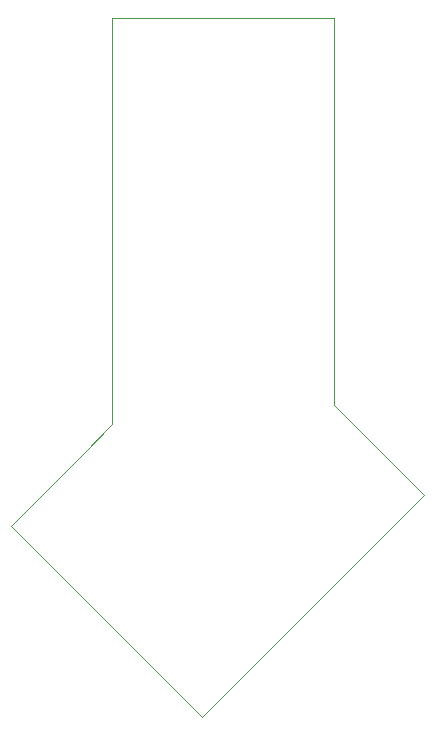
<source format=gbr>
%TF.GenerationSoftware,KiCad,Pcbnew,9.0.5*%
%TF.CreationDate,2025-10-29T22:43:50-06:00*%
%TF.ProjectId,arduino_pro_micro,61726475-696e-46f5-9f70-726f5f6d6963,rev?*%
%TF.SameCoordinates,Original*%
%TF.FileFunction,Profile,NP*%
%FSLAX46Y46*%
G04 Gerber Fmt 4.6, Leading zero omitted, Abs format (unit mm)*
G04 Created by KiCad (PCBNEW 9.0.5) date 2025-10-29 22:43:50*
%MOMM*%
%LPD*%
G01*
G04 APERTURE LIST*
%TA.AperFunction,Profile*%
%ADD10C,0.050000*%
%TD*%
G04 APERTURE END LIST*
D10*
X111800000Y-151400000D02*
X105800000Y-157400000D01*
X98200000Y-132600000D02*
X98200000Y-131600000D01*
X95600000Y-135200000D02*
X98200000Y-132600000D01*
X98200000Y-98200000D02*
X98200000Y-131600000D01*
X124600000Y-138600000D02*
X111800000Y-151400000D01*
X117000000Y-131000000D02*
X124600000Y-138600000D01*
X117000000Y-98200000D02*
X117000000Y-131000000D01*
X98200000Y-98200000D02*
X117000000Y-98200000D01*
X89600000Y-141200000D02*
X105800000Y-157400000D01*
X89600000Y-141200000D02*
X95600000Y-135200000D01*
M02*

</source>
